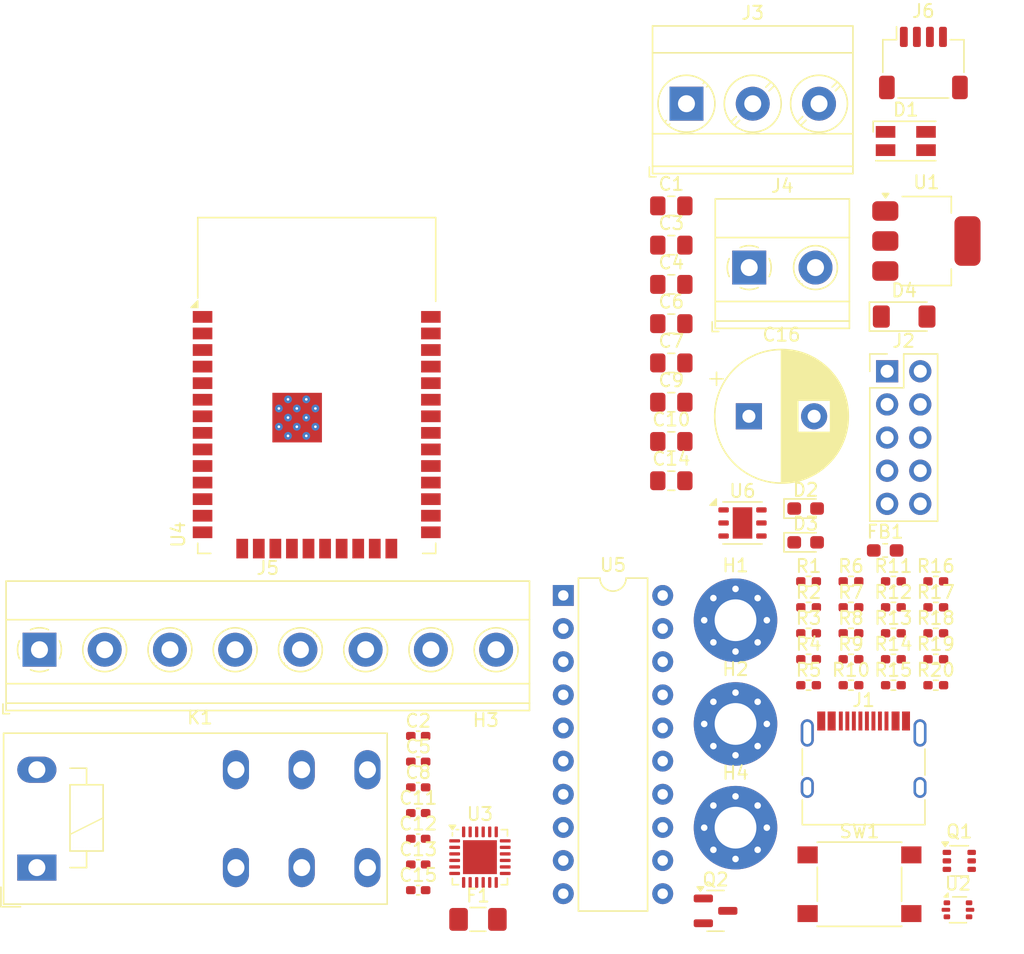
<source format=kicad_pcb>
(kicad_pcb (version 20240108) (generator "pcbnew") (generator_version "8.0")
  (layers (0 "F.Cu" signal) (31 "B.Cu" signal) (34 "B.Paste" user) (35 "F.Paste" user) (36 "B.SilkS" user "B.Silkscreen") (37 "F.SilkS" user "F.Silkscreen") (38 "B.Mask" user) (39 "F.Mask" user) (44 "Edge.Cuts" user))
  (net 0 "")
  (net 1 "+5V")
  (net 2 "GND")
  (net 3 "/SW")
  (net 4 "+3.3V")
  (net 5 "/EN")
  (net 6 "+3.3VA")
  (net 7 "+5VP")
  (net 8 "/GPIO32")
  (net 9 "/GPIO35")
  (net 10 "/GPIO27")
  (net 11 "/GPIO34")
  (net 12 "/GPIO33")
  (net 13 "/GPIO26")
  (net 14 "/SCL")
  (net 15 "/SDA")
  (net 16 "/RTS")
  (net 17 "/DTR")
  (net 18 "/IO0")
  (net 19 "/LED_R")
  (net 20 "/LED_G")
  (net 21 "/LED_B")
  (net 22 "/RX")
  (net 23 "/TX")
  (net 24 "/RELAY")
  (net 25 "/LEDSTR3")
  (net 26 "/LEDSTR2")
  (net 27 "/LEDSTR4")
  (net 28 "/LEDSTR1")
  (footprint "Fuse:Fuse_1206_3216Metric_Pad1.42x1.75mm_HandSolder" (layer "F.Cu") (at 131.86 126.6975)
    (property "Reference" "F1" (at 0 -1.82 0) (layer "F.SilkS"))
    (property "Value" "Polyfuse 1A")
    (pad "1" smd roundrect (at -1.4875 0) (size 1.425 1.75) (layers "F.Cu" "F.Paste" "F.Mask") (roundrect_rratio 0.175439))
    (pad "2" smd roundrect (at 1.4875 0) (size 1.425 1.75) (layers "F.Cu" "F.Paste" "F.Mask") (roundrect_rratio 0.175439) (net 1 "+5V"))
  )
  (footprint "Capacitor_THT:CP_Radial_D10.0mm_P5.00mm" (layer "F.Cu") (at 152.624646 88.1375)
    (property "Reference" "C16" (at 2.5 -6.25 0) (layer "F.SilkS"))
    (property "Value" "1000u/25V")
    (pad "1" thru_hole rect (at 0 0) (size 2 2) (drill 1) (layers "*.Cu" "*.Mask"))
    (pad "2" thru_hole circle (at 5 0) (size 2 2) (drill 1) (layers "*.Cu" "*.Mask") (net 2 "GND"))
  )
  (footprint "Capacitor_SMD:C_0805_2012Metric_Pad1.18x1.45mm_HandSolder" (layer "F.Cu") (at 146.68 78.0275)
    (property "Reference" "C4" (at 0 -1.68 0) (layer "F.SilkS"))
    (property "Value" "22u")
    (pad "1" smd roundrect (at -1.0375 0) (size 1.175 1.45) (layers "F.Cu" "F.Paste" "F.Mask") (roundrect_rratio 0.212766) (net 1 "+5V"))
    (pad "2" smd roundrect (at 1.0375 0) (size 1.175 1.45) (layers "F.Cu" "F.Paste" "F.Mask") (roundrect_rratio 0.212766) (net 2 "GND"))
  )
  (footprint "MountingHole:MountingHole_3.2mm_M3_Pad_Via" (layer "F.Cu") (at 151.6 119.6675)
    (property "Reference" "H4" (at 0 -4.2 0) (layer "F.SilkS"))
    (property "Value" "Hole_Pad")
    (pad "1" thru_hole circle (at -2.4 0) (size 0.8 0.8) (drill 0.5) (layers "*.Cu" "*.Mask") (net 2 "GND"))
    (pad "1" thru_hole circle (at -1.697056 -1.697056) (size 0.8 0.8) (drill 0.5) (layers "*.Cu" "*.Mask") (net 2 "GND"))
    (pad "1" thru_hole circle (at -1.697056 1.697056) (size 0.8 0.8) (drill 0.5) (layers "*.Cu" "*.Mask") (net 2 "GND"))
    (pad "1" thru_hole circle (at 0 -2.4) (size 0.8 0.8) (drill 0.5) (layers "*.Cu" "*.Mask") (net 2 "GND"))
    (pad "1" thru_hole circle (at 0 0) (size 6.4 6.4) (drill 3.2) (layers "*.Cu" "*.Mask") (net 2 "GND"))
    (pad "1" thru_hole circle (at 0 2.4) (size 0.8 0.8) (drill 0.5) (layers "*.Cu" "*.Mask") (net 2 "GND"))
    (pad "1" thru_hole circle (at 1.697056 -1.697056) (size 0.8 0.8) (drill 0.5) (layers "*.Cu" "*.Mask") (net 2 "GND"))
    (pad "1" thru_hole circle (at 1.697056 1.697056) (size 0.8 0.8) (drill 0.5) (layers "*.Cu" "*.Mask") (net 2 "GND"))
    (pad "1" thru_hole circle (at 2.4 0) (size 0.8 0.8) (drill 0.5) (layers "*.Cu" "*.Mask") (net 2 "GND"))
  )
  (footprint "Resistor_SMD:R_0402_1005Metric_Pad0.72x0.64mm_HandSolder" (layer "F.Cu") (at 166.95 102.7775)
    (property "Reference" "R17" (at 0 -1.17 0) (layer "F.SilkS"))
    (property "Value" "22R")
    (pad "1" smd roundrect (at -0.5975 0) (size 0.715 0.64) (layers "F.Cu" "F.Paste" "F.Mask"))
    (pad "2" smd roundrect (at 0.5975 0) (size 0.715 0.64) (layers "F.Cu" "F.Paste" "F.Mask"))
  )
  (footprint "MountingHole:MountingHole_3.2mm_M3_DIN965" (layer "F.Cu") (at 132.46 115.2275)
    (property "Reference" "H3" (at 0 -3.8 0) (layer "F.SilkS"))
    (property "Value" "Hole_Pad")
    (pad "" np_thru_hole circle (at 0 0) (size 3.2 3.2) (drill 3.2) (layers "*.Cu" "*.Mask"))
  )
  (footprint "Resistor_SMD:R_0402_1005Metric_Pad0.72x0.64mm_HandSolder" (layer "F.Cu") (at 160.45 106.7575)
    (property "Reference" "R9" (at 0 -1.17 0) (layer "F.SilkS"))
    (property "Value" "10K")
    (pad "1" smd roundrect (at -0.5975 0) (size 0.715 0.64) (layers "F.Cu" "F.Paste" "F.Mask") (net 4 "+3.3V"))
    (pad "2" smd roundrect (at 0.5975 0) (size 0.715 0.64) (layers "F.Cu" "F.Paste" "F.Mask") (net 5 "/EN"))
  )
  (footprint "Inductor_SMD:L_0603_1608Metric_Pad1.05x0.95mm_HandSolder" (layer "F.Cu") (at 163.07 98.4175)
    (property "Reference" "FB1" (at 0 -1.43 0) (layer "F.SilkS"))
    (property "Value" "BLM21PG221")
    (pad "1" smd roundrect (at -0.875 0) (size 1.05 0.95) (layers "F.Cu" "F.Paste" "F.Mask") (net 7 "+5VP"))
    (pad "2" smd roundrect (at 0.875 0) (size 1.05 0.95) (layers "F.Cu" "F.Paste" "F.Mask"))
  )
  (footprint "Capacitor_SMD:C_0402_1005Metric_Pad0.74x0.62mm_HandSolder" (layer "F.Cu") (at 127.28 124.4575)
    (property "Reference" "C15" (at 0 -1.16 0) (layer "F.SilkS"))
    (property "Value" "100n")
    (pad "1" smd roundrect (at -0.5675 0) (size 0.735 0.62) (layers "F.Cu" "F.Paste" "F.Mask") (net 4 "+3.3V"))
    (pad "2" smd roundrect (at 0.5675 0) (size 0.735 0.62) (layers "F.Cu" "F.Paste" "F.Mask") (net 2 "GND"))
  )
  (footprint "Resistor_SMD:R_0402_1005Metric_Pad0.72x0.64mm_HandSolder" (layer "F.Cu") (at 163.7 100.7875)
    (property "Reference" "R11" (at 0 -1.17 0) (layer "F.SilkS"))
    (property "Value" "22R")
    (pad "1" smd roundrect (at -0.5975 0) (size 0.715 0.64) (layers "F.Cu" "F.Paste" "F.Mask"))
    (pad "2" smd roundrect (at 0.5975 0) (size 0.715 0.64) (layers "F.Cu" "F.Paste" "F.Mask") (net 23 "/TX"))
  )
  (footprint "TerminalBlock_Phoenix:TerminalBlock_Phoenix_MKDS-1,5-2-5.08_1x02_P5.08mm_Horizontal" (layer "F.Cu") (at 152.65 76.7375)
    (property "Reference" "J4" (at 2.54 -6.26 0) (layer "F.SilkS"))
    (property "Value" "Screw_Terminal_01x02")
    (pad "1" thru_hole rect (at 0 0) (size 2.6 2.6) (drill 1.3) (layers "*.Cu" "*.Mask"))
    (pad "2" thru_hole circle (at 5.08 0) (size 2.6 2.6) (drill 1.3) (layers "*.Cu" "*.Mask") (net 2 "GND"))
  )
  (footprint "Resistor_SMD:R_0402_1005Metric_Pad0.72x0.64mm_HandSolder" (layer "F.Cu") (at 160.45 102.7775)
    (property "Reference" "R7" (at 0 -1.17 0) (layer "F.SilkS"))
    (property "Value" "1K")
    (pad "1" smd roundrect (at -0.5975 0) (size 0.715 0.64) (layers "F.Cu" "F.Paste" "F.Mask") (net 4 "+3.3V"))
    (pad "2" smd roundrect (at 0.5975 0) (size 0.715 0.64) (layers "F.Cu" "F.Paste" "F.Mask"))
  )
  (footprint "LED_SMD:LED_0603_1608Metric_Pad1.05x0.95mm_HandSolder" (layer "F.Cu") (at 156.975 97.7975)
    (property "Reference" "D3" (at 0 -1.43 0) (layer "F.SilkS"))
    (property "Value" "YELLOW")
    (pad "1" smd roundrect (at -0.875 0) (size 1.05 0.95) (layers "F.Cu" "F.Paste" "F.Mask"))
    (pad "2" smd roundrect (at 0.875 0) (size 1.05 0.95) (layers "F.Cu" "F.Paste" "F.Mask"))
  )
  (footprint "Resistor_SMD:R_0402_1005Metric_Pad0.72x0.64mm_HandSolder" (layer "F.Cu") (at 163.7 104.7675)
    (property "Reference" "R13" (at 0 -1.17 0) (layer "F.SilkS"))
    (property "Value" "4K7")
    (pad "1" smd roundrect (at -0.5975 0) (size 0.715 0.64) (layers "F.Cu" "F.Paste" "F.Mask") (net 4 "+3.3V"))
    (pad "2" smd roundrect (at 0.5975 0) (size 0.715 0.64) (layers "F.Cu" "F.Paste" "F.Mask") (net 15 "/SDA"))
  )
  (footprint "Capacitor_SMD:C_0805_2012Metric_Pad1.18x1.45mm_HandSolder" (layer "F.Cu") (at 146.68 90.0675)
    (property "Reference" "C10" (at 0 -1.68 0) (layer "F.SilkS"))
    (property "Value" "22u")
    (pad "1" smd roundrect (at -1.0375 0) (size 1.175 1.45) (layers "F.Cu" "F.Paste" "F.Mask") (roundrect_rratio 0.212766) (net 6 "+3.3VA"))
    (pad "2" smd roundrect (at 1.0375 0) (size 1.175 1.45) (layers "F.Cu" "F.Paste" "F.Mask") (roundrect_rratio 0.212766) (net 2 "GND"))
  )
  (footprint "Capacitor_SMD:C_0805_2012Metric_Pad1.18x1.45mm_HandSolder" (layer "F.Cu") (at 146.68 93.0775)
    (property "Reference" "C14" (at 0 -1.68 0) (layer "F.SilkS"))
    (property "Value" "22u")
    (pad "1" smd roundrect (at -1.0375 0) (size 1.175 1.45) (layers "F.Cu" "F.Paste" "F.Mask") (roundrect_rratio 0.212766) (net 4 "+3.3V"))
    (pad "2" smd roundrect (at 1.0375 0) (size 1.175 1.45) (layers "F.Cu" "F.Paste" "F.Mask") (roundrect_rratio 0.212766) (net 2 "GND"))
  )
  (footprint "Capacitor_SMD:C_0805_2012Metric_Pad1.18x1.45mm_HandSolder" (layer "F.Cu") (at 146.68 87.0575)
    (property "Reference" "C9" (at 0 -1.68 0) (layer "F.SilkS"))
    (property "Value" "22u")
    (pad "1" smd roundrect (at -1.0375 0) (size 1.175 1.45) (layers "F.Cu" "F.Paste" "F.Mask") (roundrect_rratio 0.212766) (net 4 "+3.3V"))
    (pad "2" smd roundrect (at 1.0375 0) (size 1.175 1.45) (layers "F.Cu" "F.Paste" "F.Mask") (roundrect_rratio 0.212766) (net 2 "GND"))
  )
  (footprint "Capacitor_SMD:C_0402_1005Metric_Pad0.74x0.62mm_HandSolder" (layer "F.Cu") (at 127.28 114.6075)
    (property "Reference" "C5" (at 0 -1.16 0) (layer "F.SilkS"))
    (property "Value" "100n")
    (pad "1" smd roundrect (at -0.5675 0) (size 0.735 0.62) (layers "F.Cu" "F.Paste" "F.Mask") (net 1 "+5V"))
    (pad "2" smd roundrect (at 0.5675 0) (size 0.735 0.62) (layers "F.Cu" "F.Paste" "F.Mask") (net 2 "GND"))
  )
  (footprint "Resistor_SMD:R_0402_1005Metric_Pad0.72x0.64mm_HandSolder" (layer "F.Cu") (at 157.2 108.7475)
    (property "Reference" "R5" (at 0 -1.17 0) (layer "F.SilkS"))
    (property "Value" "1K")
    (pad "1" smd roundrect (at -0.5975 0) (size 0.715 0.64) (layers "F.Cu" "F.Paste" "F.Mask") (net 20 "/LED_G"))
    (pad "2" smd roundrect (at 0.5975 0) (size 0.715 0.64) (layers "F.Cu" "F.Paste" "F.Mask"))
  )
  (footprint "Capacitor_SMD:C_0402_1005Metric_Pad0.74x0.62mm_HandSolder" (layer "F.Cu") (at 127.28 116.5775)
    (property "Reference" "C8" (at 0 -1.16 0) (layer "F.SilkS"))
    (property "Value" "100n")
    (pad "1" smd roundrect (at -0.5675 0) (size 0.735 0.62) (layers "F.Cu" "F.Paste" "F.Mask") (net 5 "/EN"))
    (pad "2" smd roundrect (at 0.5675 0) (size 0.735 0.62) (layers "F.Cu" "F.Paste" "F.Mask") (net 2 "GND"))
  )
  (footprint "Resistor_SMD:R_0402_1005Metric_Pad0.72x0.64mm_HandSolder" (layer "F.Cu") (at 166.95 100.7875)
    (property "Reference" "R16" (at 0 -1.17 0) (layer "F.SilkS"))
    (property "Value" "10K")
    (pad "1" smd roundrect (at -0.5975 0) (size 0.715 0.64) (layers "F.Cu" "F.Paste" "F.Mask"))
    (pad "2" smd roundrect (at 0.5975 0) (size 0.715 0.64) (layers "F.Cu" "F.Paste" "F.Mask") (net 2 "GND"))
  )
  (footprint "Package_TO_SOT_SMD:SOT-363_SC-70-6" (layer "F.Cu") (at 168.75 122.2125)
    (property "Reference" "Q1" (at 0 -2.25 0) (layer "F.SilkS"))
    (property "Value" "UMH3N")
    (pad "1" smd roundrect (at -0.95 -0.65) (size 0.65 0.4) (layers "F.Cu" "F.Paste" "F.Mask") (net 17 "/DTR"))
    (pad "2" smd roundrect (at -0.95 0) (size 0.65 0.4) (layers "F.Cu" "F.Paste" "F.Mask") (net 16 "/RTS"))
    (pad "3" smd roundrect (at -0.95 0.65) (size 0.65 0.4) (layers "F.Cu" "F.Paste" "F.Mask") (net 5 "/EN"))
    (pad "4" smd roundrect (at 0.95 0.65) (size 0.65 0.4) (layers "F.Cu" "F.Paste" "F.Mask") (net 16 "/RTS"))
    (pad "5" smd roundrect (at 0.95 0) (size 0.65 0.4) (layers "F.Cu" "F.Paste" "F.Mask") (net 17 "/DTR"))
    (pad "6" smd roundrect (at 0.95 -0.65) (size 0.65 0.4) (layers "F.Cu" "F.Paste" "F.Mask") (net 18 "/IO0"))
  )
  (footprint "Capacitor_SMD:C_0402_1005Metric_Pad0.74x0.62mm_HandSolder" (layer "F.Cu") (at 127.28 118.5475)
    (property "Reference" "C11" (at 0 -1.16 0) (layer "F.SilkS"))
    (property "Value" "100n")
    (pad "1" smd roundrect (at -0.5675 0) (size 0.735 0.62) (layers "F.Cu" "F.Paste" "F.Mask") (net 4 "+3.3V"))
    (pad "2" smd roundrect (at 0.5675 0) (size 0.735 0.62) (layers "F.Cu" "F.Paste" "F.Mask") (net 2 "GND"))
  )
  (footprint "MountingHole:MountingHole_3.2mm_M3_Pad_Via" (layer "F.Cu") (at 151.6 111.7175)
    (property "Reference" "H2" (at 0 -4.2 0) (layer "F.SilkS"))
    (property "Value" "Hole_Pad")
    (pad "1" thru_hole circle (at -2.4 0) (size 0.8 0.8) (drill 0.5) (layers "*.Cu" "*.Mask") (net 2 "GND"))
    (pad "1" thru_hole circle (at -1.697056 -1.697056) (size 0.8 0.8) (drill 0.5) (layers "*.Cu" "*.Mask") (net 2 "GND"))
    (pad "1" thru_hole circle (at -1.697056 1.697056) (size 0.8 0.8) (drill 0.5) (layers "*.Cu" "*.Mask") (net 2 "GND"))
    (pad "1" thru_hole circle (at 0 -2.4) (size 0.8 0.8) (drill 0.5) (layers "*.Cu" "*.Mask") (net 2 "GND"))
    (pad "1" thru_hole circle (at 0 0) (size 6.4 6.4) (drill 3.2) (layers "*.Cu" "*.Mask") (net 2 "GND"))
    (pad "1" thru_hole circle (at 0 2.4) (size 0.8 0.8) (drill 0.5) (layers "*.Cu" "*.Mask") (net 2 "GND"))
    (pad "1" thru_hole circle (at 1.697056 -1.697056) (size 0.8 0.8) (drill 0.5) (layers "*.Cu" "*.Mask") (net 2 "GND"))
    (pad "1" thru_hole circle (at 1.697056 1.697056) (size 0.8 0.8) (drill 0.5) (layers "*.Cu" "*.Mask") (net 2 "GND"))
    (pad "1" thru_hole circle (at 2.4 0) (size 0.8 0.8) (drill 0.5) (layers "*.Cu" "*.Mask") (net 2 "GND"))
  )
  (footprint "Capacitor_SMD:C_0402_1005Metric_Pad0.74x0.62mm_HandSolder" (layer "F.Cu") (at 127.28 120.5175)
    (property "Reference" "C12" (at 0 -1.16 0) (layer "F.SilkS"))
    (property "Value" "100n")
    (pad "1" smd roundrect (at -0.5675 0) (size 0.735 0.62) (layers "F.Cu" "F.Paste" "F.Mask") (net 6 "+3.3VA"))
    (pad "2" smd roundrect (at 0.5675 0) (size 0.735 0.62) (layers "F.Cu" "F.Paste" "F.Mask") (net 2 "GND"))
  )
  (footprint "Capacitor_SMD:C_0805_2012Metric_Pad1.18x1.45mm_HandSolder" (layer "F.Cu") (at 146.68 72.0075)
    (property "Reference" "C1" (at 0 -1.68 0) (layer "F.SilkS"))
    (property "Value" "22u")
    (pad "1" smd roundrect (at -1.0375 0) (size 1.175 1.45) (layers "F.Cu" "F.Paste" "F.Mask") (roundrect_rratio 0.212766) (net 1 "+5V"))
    (pad "2" smd roundrect (at 1.0375 0) (size 1.175 1.45) (layers "F.Cu" "F.Paste" "F.Mask") (roundrect_rratio 0.212766) (net 2 "GND"))
  )
  (footprint "Resistor_SMD:R_0402_1005Metric_Pad0.72x0.64mm_HandSolder" (layer "F.Cu") (at 157.2 102.7775)
    (property "Reference" "R2" (at 0 -1.17 0) (layer "F.SilkS"))
    (property "Value" "5K1")
    (pad "1" smd roundrect (at -0.5975 0) (size 0.715 0.64) (layers "F.Cu" "F.Paste" "F.Mask"))
    (pad "2" smd roundrect (at 0.5975 0) (size 0.715 0.64) (layers "F.Cu" "F.Paste" "F.Mask") (net 2 "GND"))
  )
  (footprint "LED_SMD:LED_RGB_Wuerth-PLCC4_3.2x2.8mm_150141M173100" (layer "F.Cu") (at 164.65 67.0375)
    (property "Reference" "D1" (at 0 -2.4 0) (layer "F.SilkS"))
    (property "Value" "LED_RGBA")
    (pad "1" smd rect (at 1.55 -0.7) (size 1.5 0.9) (layers "F.Cu" "F.Paste" "F.Mask"))
    (pad "2" smd rect (at 1.55 0.7) (size 1.5 0.9) (layers "F.Cu" "F.Paste" "F.Mask"))
    (pad "3" smd rect (at -1.55 -0.7) (size 1.5 0.9) (layers "F.Cu" "F.Paste" "F.Mask"))
    (pad "4" smd rect (at -1.55 0.7) (size 1.5 0.9) (layers "F.Cu" "F.Paste" "F.Mask") (net 4 "+3.3V"))
  )
  (footprint "Resistor_SMD:R_0402_1005Metric_Pad0.72x0.64mm_HandSolder" (layer "F.Cu") (at 166.95 106.7575)
    (property "Reference" "R19" (at 0 -1.17 0) (layer "F.SilkS"))
    (property "Value" "22R")
    (pad "1" smd roundrect (at -0.5975 0) (size 0.715 0.64) (layers "F.Cu" "F.Paste" "F.Mask"))
    (pad "2" smd roundrect (at 0.5975 0) (size 0.715 0.64) (layers "F.Cu" "F.Paste" "F.Mask"))
  )
  (footprint "Package_DFN_QFN:QFN-24-1EP_4x4mm_P0.5mm_EP2.6x2.6mm" (layer "F.Cu") (at 132.01 121.9275)
    (property "Reference" "U3" (at 0 -3.3 0) (layer "F.SilkS"))
    (property "Value" "CP2104")
    (pad "1" smd roundrect (at -1.9375 -1.25) (size 0.825 0.25) (layers "F.Cu" "F.Paste" "F.Mask"))
    (pad "2" smd roundrect (at -1.9375 -0.75) (size 0.825 0.25) (layers "F.Cu" "F.Paste" "F.Mask") (net 2 "GND"))
    (pad "3" smd roundrect (at -1.9375 -0.25) (size 0.825 0.25) (layers "F.Cu" "F.Paste" "F.Mask"))
    (pad "4" smd roundrect (at -1.9375 0.25) (size 0.825 0.25) (layers "F.Cu" "F.Paste" "F.Mask"))
    (pad "5" smd roundrect (at -1.9375 0.75) (size 0.825 0.25) (layers "F.Cu" "F.Paste" "F.Mask") (net 6 "+3.3VA"))
    (pad "6" smd roundrect (at -1.9375 1.25) (size 0.825 0.25) (layers "F.Cu" "F.Paste" "F.Mask") (net 6 "+3.3VA"))
    (pad "7" smd roundrect (at -1.25 1.9375) (size 0.25 0.825) (layers "F.Cu" "F.Paste" "F.Mask") (net 1 "+5V"))
    (pad "8" smd roundrect (at -0.75 1.9375) (size 0.25 0.825) (layers "F.Cu" "F.Paste" "F.Mask") (net 1 "+5V"))
    (pad "9" smd roundrect (at -0.25 1.9375) (size 0.25 0.825) (layers "F.Cu" "F.Paste" "F.Mask"))
    (pad "10" smd roundrect (at 0.25 1.9375) (size 0.25 0.825) (layers "F.Cu" "F.Paste" "F.Mask"))
    (pad "11" smd roundrect (at 0.75 1.9375) (size 0.25 0.825) (layers "F.Cu" "F.Paste" "F.Mask"))
    (pad "12" smd roundrect (at 1.25 1.9375) (size 0.25 0.825) (layers "F.Cu" "F.Paste" "F.Mask"))
    (pad "13" smd roundrect (at 1.9375 1.25) (size 0.825 0.25) (layers "F.Cu" "F.Paste" "F.Mask"))
    (pad "14" smd roundrect (at 1.9375 0.75) (size 0.825 0.25) (layers "F.Cu" "F.Paste" "F.Mask"))
    (pad "15" smd roundrect (at 1.9375 0.25) (size 0.825 0.25) (layers "F.Cu" "F.Paste" "F.Mask"))
    (pad "16" smd roundrect (at 1.9375 -0.25) (size 0.825 0.25) (layers "F.Cu" "F.Paste" "F.Mask"))
    (pad "17" smd roundrect (at 1.9375 -0.75) (size 0.825 0.25) (layers "F.Cu" "F.Paste" "F.Mask"))
    (pad "18" smd roundrect (at 1.9375 -1.25) (size 0.825 0.25) (layers "F.Cu" "F.Paste" "F.Mask"))
    (pad "19" smd roundrect (at 1.25 -1.9375) (size 0.25 0.825) (layers "F.Cu" "F.Paste" "F.Mask") (net 16 "/RTS"))
    (pad "20" smd roundrect (at 0.75 -1.9375) (size 0.25 0.825) (layers "F.Cu" "F.Paste" "F.Mask"))
    (pad "21" smd roundrect (at 0.25 -1.9375) (size 0.25 0.825) (layers "F.Cu" "F.Paste" "F.Mask"))
    (pad "22" smd roundrect (at -0.25 -1.9375) (size 0.25 0.825) (layers "F.Cu" "F.Paste" "F.Mask"))
    (pad "23" smd roundrect (at -0.75 -1.9375) (size 0.25 0.825) (layers "F.Cu" "F.Paste" "F.Mask") (net 17 "/DTR"))
    (pad "24" smd roundrect (at -1.25 -1.9375) (size 0.25 0.825) (layers "F.Cu" "F.Paste" "F.Mask"))
    (pad "25" smd rect (at 0 0) (size 2.6 2.6) (property pad_prop_heatsink) (layers "F.Cu" "F.Mask") (net 2 "GND"))
  )
  (footprint "Resistor_SMD:R_0402_1005Metric_Pad0.72x0.64mm_HandSolder" (layer "F.Cu") (at 160.45 104.7675)
    (property "Reference" "R8" (at 0 -1.17 0) (layer "F.SilkS"))
    (property "Value" "10K")
    (pad "1" smd roundrect (at -0.5975 0) (size 0.715 0.64) (layers "F.Cu" "F.Paste" "F.Mask") (net 6 "+3.3VA"))
    (pad "2" smd roundrect (at 0.5975 0) (size 0.715 0.64) (layers "F.Cu" "F.Paste" "F.Mask"))
  )
  (footprint "MountingHole:MountingHole_3.2mm_M3_Pad_Via" (layer "F.Cu") (at 151.6 103.7675)
    (property "Reference" "H1" (at 0 -4.2 0) (layer "F.SilkS"))
    (property "Value" "Hole_Pad")
    (pad "1" thru_hole circle (at -2.4 0) (size 0.8 0.8) (drill 0.5) (layers "*.Cu" "*.Mask") (net 2 "GND"))
    (pad "1" thru_hole circle (at -1.697056 -1.697056) (size 0.8 0.8) (drill 0.5) (layers "*.Cu" "*.Mask") (net 2 "GND"))
    (pad "1" thru_hole circle (at -1.697056 1.697056) (size 0.8 0.8) (drill 0.5) (layers "*.Cu" "*.Mask") (net 2 "GND"))
    (pad "1" thru_hole circle (at 0 -2.4) (size 0.8 0.8) (drill 0.5) (layers "*.Cu" "*.Mask") (net 2 "GND"))
    (pad "1" thru_hole circle (at 0 0) (size 6.4 6.4) (drill 3.2) (layers "*.Cu" "*.Mask") (net 2 "GND"))
    (pad "1" thru_hole circle (at 0 2.4) (size 0.8 0.8) (drill 0.5) (layers "*.Cu" "*.Mask") (net 2 "GND"))
    (pad "1" thru_hole circle (at 1.697056 -1.697056) (size 0.8 0.8) (drill 0.5) (layers "*.Cu" "*.Mask") (net 2 "GND"))
    (pad "1" thru_hole circle (at 1.697056 1.697056) (size 0.8 0.8) (drill 0.5) (layers "*.Cu" "*.Mask") (net 2 "GND"))
    (pad "1" thru_hole circle (at 2.4 0) (size 0.8 0.8) (drill 0.5) (layers "*.Cu" "*.Mask") (net 2 "GND"))
  )
  (footprint "Connector_PinHeader_2.54mm:PinHeader_2x05_P2.54mm_Vertical" (layer "F.Cu") (at 163.22 84.6875)
    (property "Reference" "J2" (at 1.27 -2.33 0) (layer "F.SilkS"))
    (property "Value" "Conn_02x05_Odd_Even")
    (pad "1" thru_hole rect (at 0 0) (size 1.7 1.7) (drill 1) (layers "*.Cu" "*.Mask") (net 4 "+3.3V"))
    (pad "2" thru_hole oval (at 2.54 0) (size 1.7 1.7) (drill 1) (layers "*.Cu" "*.Mask") (net 4 "+3.3V"))
    (pad "3" thru_hole oval (at 0 2.54) (size 1.7 1.7) (drill 1) (layers "*.Cu" "*.Mask") (net 13 "/GPIO26"))
    (pad "4" thru_hole oval (at 2.54 2.54) (size 1.7 1.7) (drill 1) (layers "*.Cu" "*.Mask") (net 12 "/GPIO33"))
    (pad "5" thru_hole oval (at 0 5.08) (size 1.7 1.7) (drill 1) (layers "*.Cu" "*.Mask") (net 10 "/GPIO27"))
    (pad "6" thru_hole oval (at 2.54 5.08) (size 1.7 1.7) (drill 1) (layers "*.Cu" "*.Mask") (net 11 "/GPIO34"))
    (pad "7" thru_hole oval (at 0 7.62) (size 1.7 1.7) (drill 1) (layers "*.Cu" "*.Mask") (net 8 "/GPIO32"))
    (pad "8" thru_hole oval (at 2.54 7.62) (size 1.7 1.7) (drill 1) (layers "*.Cu" "*.Mask") (net 9 "/GPIO35"))
    (pad "9" thru_hole oval (at 0 10.16) (size 1.7 1.7) (drill 1) (layers "*.Cu" "*.Mask") (net 2 "GND"))
    (pad "10" thru_hole oval (at 2.54 10.16) (size 1.7 1.7) (drill 1) (layers "*.Cu" "*.Mask") (net 2 "GND"))
  )
  (footprint "Resistor_SMD:R_0402_1005Metric_Pad0.72x0.64mm_HandSolder" (layer "F.Cu") (at 163.7 106.7575)
    (property "Reference" "R14" (at 0 -1.17 0) (layer "F.SilkS"))
    (property "Value" "1K")
    (pad "1" smd roundrect (at -0.5975 0) (size 0.715 0.64) (layers "F.Cu" "F.Paste" "F.Mask") (net 24 "/RELAY"))
    (pad "2" smd roundrect (at 0.5975 0) (size 0.715 0.64) (layers "F.Cu" "F.Paste" "F.Mask"))
  )
  (footprint "Connector_JST:JST_SH_SM04B-SRSS-TB_1x04-1MP_P1.00mm_Horizontal" (layer "F.Cu") (at 166 61.0575)
    (property "Reference" "J6" (at 0 -3.98 0) (layer "F.SilkS"))
    (property "Value" "Conn_01x04")
    (pad "1" smd roundrect (at -1.5 -2) (size 0.6 1.55) (layers "F.Cu" "F.Paste" "F.Mask") (net 2 "GND"))
    (pad "2" smd roundrect (at -0.5 -2) (size 0.6 1.55) (layers "F.Cu" "F.Paste" "F.Mask") (net 4 "+3.3V"))
    (pad "3" smd roundrect (at 0.5 -2) (size 0.6 1.55) (layers "F.Cu" "F.Paste" "F.Mask") (net 15 "/SDA"))
    (pad "4" smd roundrect (at 1.5 -2) (size 0.6 1.55) (layers "F.Cu" "F.Paste" "F.Mask") (net 14 "/SCL"))
    (pad "MP" smd roundrect (at -2.8 1.875) (size 1.2 1.8) (layers "F.Cu" "F.Paste" "F.Mask") (roundrect_rratio 0.208333))
    (pad "MP" smd roundrect (at 2.8 1.875) (size 1.2 1.8) (layers "F.Cu" "F.Paste" "F.Mask") (roundrect_rratio 0.208333))
  )
  (footprint "Capacitor_SMD:C_0402_1005Metric_Pad0.74x0.62mm_HandSolder" (layer "F.Cu") (at 127.28 112.6375)
    (property "Reference" "C2" (at 0 -1.16 0) (layer "F.SilkS"))
    (property "Value" "100n")
    (pad "1" smd roundrect (at -0.5675 0) (size 0.735 0.62) (layers "F.Cu" "F.Paste" "F.Mask") (net 3 "/SW"))
    (pad "2" smd roundrect (at 0.5675 0) (size 0.735 0.62) (layers "F.Cu" "F.Paste" "F.Mask") (net 2 "GND"))
  )
  (footprint "TerminalBlock_Phoenix:TerminalBlock_Phoenix_MKDS-1,5-8_1x08_P5.00mm_Horizontal" (layer "F.Cu") (at 98.25 106.0275)
    (property "Reference" "J5" (at 17.5 -6.26 0) (layer "F.SilkS"))
    (property "Value" "Screw_Terminal_01x08")
    (pad "1" thru_hole rect (at 0 0) (size 2.6 2.6) (drill 1.3) (layers "*.Cu" "*.Mask"))
    (pad "2" thru_hole circle (at 5 0) (size 2.6 2.6) (drill 1.3) (layers "*.Cu" "*.Mask"))
    (pad "3" thru_hole circle (at 10 0) (size 2.6 2.6) (drill 1.3) (layers "*.Cu" "*.Mask"))
    (pad "4" thru_hole circle (at 15 0) (size 2.6 2.6) (drill 1.3) (layers "*.Cu" "*.Mask"))
    (pad "5" thru_hole circle (at 20 0) (size 2.6 2.6) (drill 1.3) (layers "*.Cu" "*.Mask"))
    (pad "6" thru_hole circle (at 25 0) (size 2.6 2.6) (drill 1.3) (layers "*.Cu" "*.Mask"))
    (pad "7" thru_hole circle (at 30 0) (size 2.6 2.6) (drill 1.3) (layers "*.Cu" "*.Mask") (net 2 "GND"))
    (pad "8" thru_hole circle (at 35 0) (size 2.6 2.6) (drill 1.3) (layers "*.Cu" "*.Mask") (net 2 "GND"))
  )
  (footprint "Connector_USB:USB_C_Receptacle_HRO_TYPE-C-31-M-12" (layer "F.Cu") (at 161.42 115.5375)
    (property "Reference" "J1" (at 0 -5.645 0) (layer "F.SilkS"))
    (property "Value" "USB_C_Receptacle_USB2.0")
    (pad "" np_thru_hole circle (at -2.89 -2.6) (size 0.65 0.65) (drill 0.65) (layers "*.Cu" "*.Mask"))
    (pad "" np_thru_hole circle (at 2.89 -2.6) (size 0.65 0.65) (drill 0.65) (layers "*.Cu" "*.Mask"))
    (pad "A1" smd rect (at -3.25 -4.045) (size 0.6 1.45) (layers "F.Cu" "F.Paste" "F.Mask") (net 2 "GND"))
    (pad "A4" smd rect (at -2.45 -4.045) (size 0.6 1.45) (layers "F.Cu" "F.Paste" "F.Mask") (net 7 "+5VP"))
    (pad "A5" smd rect (at -1.25 -4.045) (size 0.3 1.45) (layers "F.Cu" "F.Paste" "F.Mask"))
    (pad "A6" smd rect (at -0.25 -4.045) (size 0.3 1.45) (layers "F.Cu" "F.Paste" "F.Mask"))
    (pad "A7" smd rect (at 0.25 -4.045) (size 0.3 1.45) (layers "F.Cu" "F.Paste" "F.Mask"))
    (pad "A8" smd rect (at 1.25 -4.045) (size 0.3 1.45) (layers "F.Cu" "F.Paste" "F.Mask"))
    (pad "A9" smd rect (at 2.45 -4.045) (size 0.6 1.45) (layers "F.Cu" "F.Paste" "F.Mask") (net 7 "+5VP"))
    (pad "A12" smd rect (at 3.25 -4.045) (size 0.6 1.45) (layers "F.Cu" "F.Paste" "F.Mask") (net 2 "GND"))
    (pad "B1" smd rect (at 3.25 -4.045) (size 0.6 1.45) (layers "F.Cu" "F.Paste" "F.Mask") (net 2 "GND"))
    (pad "B4" smd rect (at 2.45 -4.045) (size 0.6 1.45) (layers "F.Cu" "F.Paste" "F.Mask") (net 7 "+5VP"))
    (pad "B5" smd rect (at 1.75 -4.045) (size 0.3 1.45) (layers "F.Cu" "F.Paste" "F.Mask"))
    (pad "B6" smd rect (at 0.75 -4.045) (size 0.3 1.45) (layers "F.Cu" "F.Paste" "F.Mask"))
    (pad "B7" smd rect (at -0.75 -4.045) (size 0.3 1.45) (layers "F.Cu" "F.Paste" "F.Mask"))
    (pad "B8" smd rect (at -1.75 -4.045) (size 0.3 1.45) (layers "F.Cu" "F.Paste" "F.Mask"))
    (pad "B9" smd rect (at -2.45 -4.045) (size 0.6 1.45) (layers "F.Cu" "F.Paste" "F.Mask") (net 7 "+5VP"))
    (pad "B12" smd rect (at -3.25 -4.045) (size 0.6 1.45) (layers "F.Cu" "F.Paste" "F.Mask") (net 2 "GND"))
    (pad "S1" thru_hole oval (at -4.32 -3.13) (size 1 2.1) (drill oval 0.6 1.7) (layers "*.Cu" "*.Mask") (net 2 "GND"))
    (pad "S1" thru_hole oval (at -4.32 1.05) (size 1 1.6) (drill oval 0.6 1.2) (layers "*.Cu" "*.Mask") (net 2 "GND"))
    (pad "S1" thru_hole oval (at 4.32 -3.13) (size 1 2.1) (drill oval 0.6 1.7) (layers "*.Cu" "*.Mask") (net 2 "GND"))
    (pad "S1" thru_hole oval (at 4.32 1.05) (size 1 1.6) (drill oval 0.6 1.2) (layers "*.Cu" "*.Mask") (net 2 "GND"))
  )
  (footprint "Resistor_SMD:R_0402_1005Metric_Pad0.72x0.64mm_HandSolder" (layer "F.Cu") (at 160.45 100.7875)
    (property "Reference" "R6" (at 0 -1.17 0) (layer "F.SilkS"))
    (property "Value" "1K")
    (pad "1" smd roundrect (at -0.5975 0) (size 0.715 0.64) (layers "F.Cu" "F.Paste" "F.Mask") (net 21 "/LED_B"))
    (pad "2" smd roundrect (at 0.5975 0) (size 0.715 0.64) (layers "F.Cu" "F.Paste" "F.Mask"))
  )
  (footprint "Button_Switch_SMD:SW_Push_1P1T_NO_6x6mm_H9.5mm" (layer "F.Cu") (at 161.1 124.0025)
    (property "Reference" "SW1" (at 0 -4.05 0) (layer "F.SilkS"))
    (property "Value" "SW_SPST")
    (pad "1" smd rect (at -3.975 -2.25) (size 1.55 1.3) (layers "F.Cu" "F.Paste" "F.Mask") (net 2 "GND"))
    (pad "1" smd rect (at 3.975 -2.25) (size 1.55 1.3) (layers "F.Cu" "F.Paste" "F.Mask") (net 2 "GND"))
    (pad "2" smd rect (at -3.975 2.25) (size 1.55 1.3) (layers "F.Cu" "F.Paste" "F.Mask") (net 3 "/SW"))
    (pad "2" smd rect (at 3.975 2.25) (size 1.55 1.3) (layers "F.Cu" "F.Paste" "F.Mask") (net 3 "/SW"))
  )
  (footprint "Resistor_SMD:R_0402_1005Metric_Pad0.72x0.64mm_HandSolder" (layer "F.Cu") (at 166.95 104.7675)
    (property "Reference" "R18" (at 0 -1.17 0) (layer "F.SilkS"))
    (property "Value" "22R")
    (pad "1" smd roundrect (at -0.5975 0) (size 0.715 0.64) (layers "F.Cu" "F.Paste" "F.Mask"))
    (pad "2" smd roundrect (at 0.5975 0) (size 0.715 0.64) (layers "F.Cu" "F.Paste" "F.Mask"))
  )
  (footprint "Resistor_SMD:R_0402_1005Metric_Pad0.72x0.64mm_HandSolder" (layer "F.Cu") (at 163.7 108.7475)
    (property "Reference" "R15" (at 0 -1.17 0) (layer "F.SilkS"))
    (property "Value" "4K7")
    (pad "1" smd roundrect (at -0.5975 0) (size 0.715 0.64) (layers "F.Cu" "F.Paste" "F.Mask") (net 4 "+3.3V"))
    (pad "2" smd roundrect (at 0.5975 0) (size 0.715 0.64) (layers "F.Cu" "F.Paste" "F.Mask") (net 14 "/SCL"))
  )
  (footprint "Capacitor_SMD:C_0402_1005Metric_Pad0.74x0.62mm_HandSolder" (layer "F.Cu") (at 127.28 122.4875)
    (property "Reference" "C13" (at 0 -1.16 0) (layer "F.SilkS"))
    (property "Value" "100n")
    (pad "1" smd roundrect (at -0.5675 0) (size 0.735 0.62) (layers "F.Cu" "F.Paste" "F.Mask") (net 1 "+5V"))
    (pad "2" smd roundrect (at 0.5675 0) (size 0.735 0.62) (layers "F.Cu" "F.Paste" "F.Mask") (net 2 "GND"))
  )
  (footprint "Diode_SMD:D_MiniMELF" (layer "F.Cu") (at 164.525 80.4925)
    (property "Reference" "D4" (at 0 -2 0) (layer "F.SilkS"))
    (property "Value" "LL4148")
    (pad "1" smd roundrect (at -1.75 0) (size 1.3 1.7) (layers "F.Cu" "F.Paste" "F.Mask") (roundrect_rratio 0.1923076923) (net 1 "+5V"))
    (pad "2" smd roundrect (at 1.75 0) (size 1.3 1.7) (layers "F.Cu" "F.Paste" "F.Mask") (roundrect_rratio 0.1923076923))
  )
  (footprint "Resistor_SMD:R_0402_1005Metric_Pad0.72x0.64mm_HandSolder" (layer "F.Cu") (at 166.95 108.7475)
    (property "Reference" "R20" (at 0 -1.17 0) (layer "F.SilkS"))
    (property "Value" "22R")
    (pad "1" smd roundrect (at -0.5975 0) (size 0.715 0.64) (layers "F.Cu" "F.Paste" "F.Mask"))
    (pad "2" smd roundrect (at 0.5975 0) (size 0.715 0.64) (layers "F.Cu" "F.Paste" "F.Mask"))
  )
  (footprint "Package_TO_SOT_SMD:SOT-23" (layer "F.Cu") (at 150.07 126.0425)
    (property "Reference" "Q2" (at 0 -2.4 0) (layer "F.SilkS"))
    (property "Value" "BC817")
    (pad "1" smd roundrect (at -0.9375 -0.95) (size 1.475 0.6) (layers "F.Cu" "F.Paste" "F.Mask"))
    (pad "2" smd roundrect (at -0.9375 0.95) (size 1.475 0.6) (layers "F.Cu" "F.Paste" "F.Mask") (net 2 "GND"))
    (pad "3" smd roundrect (at 0.9375 0) (size 1.475 0.6) (layers "F.Cu" "F.Paste" "F.Mask"))
  )
  (footprint "Package_DIP:DIP-20_W7.62mm" (layer "F.Cu") (at 138.4 101.8675)
    (property "Reference" "U5" (at 3.81 -2.33 0) (layer "F.SilkS"))
    (property "Value" "74AHCT245")
    (pad "1" thru_hole rect (at 0 0) (size 1.6 1.6) (drill 0.8) (layers "*.Cu" "*.Mask") (net 1 "+5V"))
    (pad "2" thru_hole oval (at 0 2.54) (size 1.6 1.6) (drill 0.8) (layers "*.Cu" "*.Mask") (net 28 "/LEDSTR1"))
    (pad "3" thru_hole oval (at 0 5.08) (size 1.6 1.6) (drill 0.8) (layers "*.Cu" "*.Mask") (net 26 "/LEDSTR2"))
    (pad "4" thru_hole oval (at 0 7.62) (size 1.6 1.6) (drill 0.8) (layers "*.Cu" "*.Mask") (net 25 "/LEDSTR3"))
    (pad "5" thru_hole oval (at 0 10.16) (size 1.6 1.6) (drill 0.8) (layers "*.Cu" "*.Mask") (net 27 "/LEDSTR4"))
    (pad "6" thru_hole oval (at 0 12.7) (size 1.6 1.6) (drill 0.8) (layers "*.Cu" "*.Mask") (net 2 "GND"))
    (pad "7" thru_hole oval (at 0 15.24) (size 1.6 1.6) (drill 0.8) (layers "*.Cu" "*.Mask") (net 2 "GND"))
    (pad "8" thru_hole oval (at 0 17.78) (size 1.6 1.6) (drill 0.8) (layers "*.Cu" "*.Mask") (net 2 "GND"))
    (pad "9" thru_hole oval (at 0 20.32) (size 1.6 1.6) (drill 0.8) (layers "*.Cu" "*.Mask") (net 2 "GND"))
    (pad "10" thru_hole oval (at 0 22.86) (size 1.6 1.6) (drill 0.8) (layers "*.Cu" "*.Mask") (net 2 "GND"))
    (pad "11" thru_hole oval (at 7.62 22.86) (size 1.6 1.6) (drill 0.8) (layers "*.Cu" "*.Mask"))
    (pad "12" thru_hole oval (at 7.62 20.32) (size 1.6 1.6) (drill 0.8) (layers "*.Cu" "*.Mask"))
    (pad "13" thru_hole oval (at 7.62 17.78) (size 1.6 1.6) (drill 0.8) (layers "*.Cu" "*.Mask"))
    (pad "14" thru_hole oval (at 7.62 15.24) (size 1.6 1.6) (drill 0.8) (layers "*.Cu" "*.Mask"))
    (pad "15" thru_hole oval (at 7.62 12.7) (size 1.6 1.6) (drill 0.8) (layers "*.Cu" "*.Mask"))
    (pad "16" thru_hole oval (at 7.62 10.16) (size 1.6 1.6) (drill 0.8) (layers "*.Cu" "*.Mask"))
    (pad "17" thru_hole oval (at 7.62 7.62) (size 1.6 1.6) (drill 0.8) (layers "*.Cu" "*.Mask"))
    (pad "18" thru_hole oval (at 7.62 5.08) (size 1.6 1.6) (drill 0.8) (layers "*.Cu" "*.Mask"))
    (pad "19" thru_hole oval (at 7.62 2.54) (size 1.6 1.6) (drill 0.8) (layers "*.Cu" "*.Mask") (net 2 "GND"))
    (pad "20" thru_hole oval (at 7.62 0) (size 1.6 1.6) (drill 0.8) (layers "*.Cu" "*.Mask") (net 1 "+5V"))
  )
  (footprint "Capacitor_SMD:C_0805_2012Metric_Pad1.18x1.45mm_HandSolder" (layer "F.Cu") (at 146.68 81.0375)
    (property "Reference" "C6" (at 0 -1.68 0) (layer "F.SilkS"))
    (property "Value" "4u7")
    (pad "1" smd roundrect (at -1.0375 0) (size 1.175 1.45) (layers "F.Cu" "F.Paste" "F.Mask") (roundrect_rratio 0.212766) (net 1 "+5V"))
    (pad "2" smd roundrect (at 1.0375 0) (size 1.175 1.45) (layers "F.Cu" "F.Paste" "F.Mask") (roundrect_rratio 0.212766) (net 2 "GND"))
  )
  (footprint "Resistor_SMD:R_0402_1005Metric_Pad0.72x0.64mm_HandSolder" (layer "F.Cu") (at 163.7 102.7775)
    (property "Reference" "R12" (at 0 -1.17 0) (layer "F.SilkS"))
    (property "Value" "1K")
    (pad "1" smd roundrect (at -0.5975 0) (size 0.715 0.64) (layers "F.Cu" "F.Paste" "F.Mask") (net 1 "+5V"))
    (pad "2" smd roundrect (at 0.5975 0) (size 0.715 0.64) (layers "F.Cu" "F.Paste" "F.Mask"))
  )
  (footprint "Package_TO_SOT_SMD:SOT-666" (layer "F.Cu") (at 168.65 125.9625)
    (property "Reference" "U2" (at 0 -2 0) (layer "F.SilkS"))
    (property "Value" "USBLC6-2P6")
    (pad "1" smd roundrect (at -0.85 -0.5375) (size 0.5 0.375) (layers "F.Cu" "F.Paste" "F.Mask"))
    (pad "2" smd roundrect (at -0.925 0) (size 0.65 0.3) (layers "F.Cu" "F.Paste" "F.Mask") (net 2 "GND"))
    (pad "3" smd roundrect (at -0.85 0.5375) (size 0.5 0.375) (layers "F.Cu" "F.Paste" "F.Mask"))
    (pad "4" smd roundrect (at 0.85 0.5375) (size 0.5 0.375) (layers "F.Cu" "F.Paste" "F.Mask"))
    (pad "5" smd roundrect (at 0.925 0) (size 0.65 0.3) (layers "F.Cu" "F.Paste" "F.Mask") (net 1 "+5V"))
    (pad "6" smd roundrect (at 0.85 -0.5375) (size 0.5 0.375) (layers "F.Cu" "F.Paste" "F.Mask"))
  )
  (footprint "LED_SMD:LED_0603_1608Metric_Pad1.05x0.95mm_HandSolder" (layer "F.Cu") (at 156.975 95.2075)
    (property "Reference" "D2" (at 0 -1.43 0) (layer "F.SilkS"))
    (property "Value" "GREEN")
    (pad "1" smd roundrect (at -0.875 0) (size 1.05 0.95) (layers "F.Cu" "F.Paste" "F.Mask") (net 2 "GND"))
    (pad "2" smd roundrect (at 0.875 0) (size 1.05 0.95) (layers "F.Cu" "F.Paste" "F.Mask"))
  )
  (footprint "Resistor_SMD:R_0402_1005Metric_Pad0.72x0.64mm_HandSolder" (layer "F.Cu") (at 157.2 100.7875)
    (property "Reference" "R1" (at 0 -1.17 0) (layer "F.SilkS"))
    (property "Value" "10K")
    (pad "1" smd roundrect (at -0.5975 0) (size 0.715 0.64) (layers "F.Cu" "F.Paste" "F.Mask") (net 4 "+3.3V"))
    (pad "2" smd roundrect (at 0.5975 0) (size 0.715 0.64) (layers "F.Cu" "F.Paste" "F.Mask") (net 3 "/SW"))
  )
  (footprint "Resistor_SMD:R_0402_1005Metric_Pad0.72x0.64mm_HandSolder" (layer "F.Cu") (at 157.2 104.7675)
    (property "Reference" "R3" (at 0 -1.17 0) (layer "F.SilkS"))
    (property "Value" "5K1")
    (pad "1" smd roundrect (at -0.5975 0) (size 0.715 0.64) (layers "F.Cu" "F.Paste" "F.Mask"))
    (pad "2" smd roundrect (at 0.5975 0) (size 0.715 0.64) (layers "F.Cu" "F.Paste" "F.Mask") (net 2 "GND"))
  )
  (footprint "Resistor_SMD:R_0402_1005Metric_Pad0.72x0.64mm_HandSolder" (layer "F.Cu") (at 157.2 106.7575)
    (property "Reference" "R4" (at 0 -1.17 0) (layer "F.SilkS"))
    (property "Value" "1K")
    (pad "1" smd roundrect (at -0.5975 0) (size 0.715 0.64) (layers "F.Cu" "F.Paste" "F.Mask") (net 19 "/LED_R"))
    (pad "2" smd roundrect (at 0.5975 0) (size 0.715 0.64) (layers "F.Cu" "F.Paste" "F.Mask"))
  )
  (footprint "Capacitor_SMD:C_0805_2012Metric_Pad1.18x1.45mm_HandSolder" (layer "F.Cu") (at 146.68 75.0175)
    (property "Reference" "C3" (at 0 -1.68 0) (layer "F.SilkS"))
    (property "Value" "22u")
    (pad "1" smd roundrect (at -1.0375 0) (size 1.175 1.45) (layers "F.Cu" "F.Paste" "F.Mask") (roundrect_rratio 0.212766) (net 4 "+3.3V"))
    (pad "2" smd roundrect (at 1.0375 0) (size 1.175 1.45) (layers "F.Cu" "F.Paste" "F.Mask") (roundrect_rratio 0.212766) (net 2 "GND"))
  )
  (footprint "RF_Module:ESP32-WROOM-32D" (layer "F.Cu") (at 119.5 88.7675)
    (property "Reference" "U4" (at -10.61 8.43 90) (layer "F.SilkS"))
    (property "Value" "ESP32-WROOM-32D")
    (pad "1" smd rect (at -8.75 -8.25) (size 1.5 0.9) (layers "F.Cu" "F.Paste" "F.Mask") (net 2 "GND"))
    (pad "2" smd rect (at -8.75 -6.98) (size 1.5 0.9) (layers "F.Cu" "F.Paste" "F.Mask") (net 4 "+3.3V"))
    (pad "3" smd rect (at -8.75 -5.71) (size 1.5 0.9) (layers "F.Cu" "F.Paste" "F.Mask") (net 5 "/EN"))
    (pad "4" smd rect (at -8.75 -4.44) (size 1.5 0.9) (layers "F.Cu" "F.Paste" "F.Mask"))
    (pad "5" smd rect (at -8.75 -3.17) (size 1.5 0.9) (layers "F.Cu" "F.Paste" "F.Mask"))
    (pad "6" smd rect (at -8.75 -1.9) (size 1.5 0.9) (layers "F.Cu" "F.Paste" "F.Mask") (net 11 "/GPIO34"))
    (pad "7" smd rect (at -8.75 -0.63) (size 1.5 0.9) (layers "F.Cu" "F.Paste" "F.Mask") (net 9 "/GPIO35"))
    (pad "8" smd rect (at -8.75 0.64) (size 1.5 0.9) (layers "F.Cu" "F.Paste" "F.Mask") (net 8 "/GPIO32"))
    (pad "9" smd rect (at -8.75 1.91) (size 1.5 0.9) (layers "F.Cu" "F.Paste" "F.Mask") (net 12 "/GPIO33"))
    (pad "10" smd rect (at -8.75 3.18) (size 1.5 0.9) (layers "F.Cu" "F.Paste" "F.Mask") (net 24 "/RELAY"))
    (pad "11" smd rect (at -8.75 4.45) (size 1.5 0.9) (layers "F.Cu" "F.Paste" "F.Mask") (net 13 "/GPIO26"))
    (pad "12" smd rect (at -8.75 5.72) (size 1.5 0.9) (layers "F.Cu" "F.Paste" "F.Mask") (net 10 "/GPIO27"))
    (pad "13" smd rect (at -8.75 6.99) (size 1.5 0.9) (layers "F.Cu" "F.Paste" "F.Mask") (net 21 "/LED_B"))
    (pad "14" smd rect (at -8.75 8.26) (size 1.5 0.9) (layers "F.Cu" "F.Paste" "F.Mask"))
    (pad "15" smd rect (at -5.71 9.51 90) (size 1.5 0.9) (layers "F.Cu" "F.Paste" "F.Mask") (net 2 "GND"))
    (pad "16" smd rect (at -4.44 9.51 90) (size 1.5 0.9) (layers "F.Cu" "F.Paste" "F.Mask") (net 19 "/LED_R"))
    (pad "17" smd rect (at -3.17 9.51 90) (size 1.5 0.9) (layers "F.Cu" "F.Paste" "F.Mask"))
    (pad "18" smd rect (at -1.9 9.51 90) (size 1.5 0.9) (layers "F.Cu" "F.Paste" "F.Mask"))
    (pad "19" smd rect (at -0.63 9.51 90) (size 1.5 0.9) (layers "F.Cu" "F.Paste" "F.Mask"))
    (pad "20" smd rect (at 0.64 9.51 90) (size 1.5 0.9) (layers "F.Cu" "F.Paste" "F.Mask"))
    (pad "21" smd rect (at 1.91 9.51 90) (size 1.5 0.9) (layers "F.Cu" "F.Paste" "F.Mask"))
    (pad "22" smd rect (at 3.18 9.51 90) (size 1.5 0.9) (layers "F.Cu" "F.Paste" "F.Mask"))
    (pad "23" smd rect (at 4.45 9.51 90) (size 1.5 0.9) (layers "F.Cu" "F.Paste" "F.Mask") (net 20 "/LED_G"))
    (pad "24" smd rect (at 5.72 9.51 90) (size 1.5 0.9) (layers "F.Cu" "F.Paste" "F.Mask"))
    (pad "25" smd rect (at 8.75 8.26) (size 1.5 0.9) (layers "F.Cu" "F.Paste" "F.Mask") (net 18 "/IO0"))
    (pad "26" smd rect (at 8.75 6.99) (size 1.5 0.9) (layers "F.Cu" "F.Paste" "F.Mask"))
    (pad "27" smd rect (at 8.75 5.72) (size 1.5 0.9) (layers "F.Cu" "F.Paste" "F.Mask") (net 28 "/LEDSTR1"))
    (pad "28" smd rect (at 8.75 4.45) (size 1.5 0.9) (layers "F.Cu" "F.Paste" "F.Mask") (net 26 "/LEDSTR2"))
    (pad "29" smd rect (at 8.75 3.18) (size 1.5 0.9) (layers "F.Cu" "F.Paste" "F.Mask"))
    (pad "30" smd rect (at 8.75 1.91) (size 1.5 0.9) (layers "F.Cu" "F.Paste" "F.Mask") (net 25 "/LEDSTR3"))
    (pad "31" smd rect (at 8.75 0.64) (size 1.5 0.9) (layers "F.Cu" "F.Paste" "F.Mask") (net 27 "/LEDSTR4"))
    (pad "32" smd rect (at 8.75 -0.63) (size 1.5 0.9) (layers "F.Cu" "F.Paste" "F.Mask"))
    (pad "33" smd rect (at 8.75 -1.9) (size 1.5 0.9) (layers "F.Cu" "F.Paste" "F.Mask") (net 3 "/SW"))
    (pad "34" smd rect (at 8.75 -3.17) (size 1.5 0.9) (layers "F.Cu" "F.Paste" "F.Mask") (net 22 "/RX"))
    (pad "35" smd rect (at 8.75 -4.44) (size 1.5 0.9) (layers "F.Cu" "F.Paste" "F.Mask") (net 23 "/TX"))
    (pad "36" smd rect (at 8.75 -5.71) (size 1.5 0.9) (layers "F.Cu" "F.Paste" "F.Mask") (net 15 "/SDA"))
    (pad "37" smd rect (at 8.75 -6.98) (size 1.5 0.9) (layers "F.Cu" "F.Paste" "F.Mask") (net 14 "/SCL"))
    (pad "38" smd rect (at 8.75 -8.25) (size 1.5 0.9) (layers "F.Cu" "F.Paste" "F.Mask") (net 2 "GND"))
    (pad "39" smd rect (at -2.9 -1.93) (size 0.9 0.9) (layers "F.Cu" "F.Paste") (net 2 "GND"))
    (pad "39" thru_hole circle (at -2.9 -1.23) (size 0.6 0.6) (drill 0.2) (property pad_prop_heatsink) (layers "*.Cu" "F.Mask") (net 2 "GND"))
    (pad "39" smd rect (at -2.9 -0.53) (size 0.9 0.9) (layers "F.Cu" "F.Paste") (net 2 "GND"))
    (pad "39" thru_hole circle (at -2.9 0.17) (size 0.6 0.6) (drill 0.2) (property pad_prop_heatsink) (layers "*.Cu" "F.Mask") (net 2 "GND"))
    (pad "39" smd rect (at -2.9 0.87) (size 0.9 0.9) (layers "F.Cu" "F.Paste") (net 2 "GND"))
    (pad "39" thru_hole circle (at -2.2 -1.93) (size 0.6 0.6) (drill 0.2) (property pad_prop_heatsink) (layers "*.Cu" "F.Mask") (net 2 "GND"))
    (pad "39" thru_hole circle (at -2.2 -0.53) (size 0.6 0.6) (drill 0.2) (property pad_prop_heatsink) (layers "*.Cu" "F.Mask") (net 2 "GND"))
    (pad "39" thru_hole circle (at -2.2 0.87) (size 0.6 0.6) (drill 0.2) (property pad_prop_heatsink) (layers "*.Cu" "F.Mask") (net 2 "GND"))
    (pad "39" thru_hole circle (at -1.525 -1.23) (size 0.6 0.6) (drill 0.2) (property pad_prop_heatsink) (layers "*.Cu" "F.Mask") (net 2 "GND"))
    (pad "39" thru_hole circle (at -1.525 0.17) (size 0.6 0.6) (drill 0.2) (property pad_prop_heatsink) (layers "*.Cu" "F.Mask") (net 2 "GND"))
    (pad "39" smd rect (at -1.5 -1.93) (size 0.9 0.9) (layers "F.Cu" "F.Paste") (net 2 "GND"))
    (pad "39" smd rect (at -1.5 -0.53) (size 0.9 0.9) (layers "F.Cu" "F.Paste") (net 2 "GND"))
    (pad "39" smd rect (at -1.5 -0.53) (size 3.8 3.8) (layers "F.Cu" "F.Mask") (net 2 "GND"))
    (pad "39" smd rect (at -1.5 0.87) (size 0.9 0.9) (layers "F.Cu" "F.Paste") (net 2 "GND"))
    (pad "39" thru_hole circle (at -0.8 -1.93) (size 0.6 0.6) (drill 0.2) (property pad_prop_heatsink) (layers "*.Cu" "F.Mask") (net 2 "GND"))
    (pad "39" thru_hole circle (at -0.8 -0.53) (size 0.6 0.6) (drill 0.2) (property pad_prop_heatsink) (layers "*.Cu" "F.Mask") (net 2 "GND"))
    (pad "39" thru_hole circle (at -0.8 0.87) (size 0.6 0.6) (drill 0.2) (property pad_prop_heatsink) (layers "*.Cu" "F.Mask") (net 2 "GND"))
    (pad "39" smd rect (at -0.1 -1.93) (size 0.9 0.9) (layers "F.Cu" "F.Paste") (net 2 "GND"))
    (pad "39" thru_hole circle (at -0.1 -1.23) (size 0.6 0.6) (drill 0.2) (property pad_prop_heatsink) (layers "*.Cu" "F.Mask") (net 2 "GND"))
    (pad "39" smd rect (at -0.1 -0.53) (size 0.9 0.9) (layers "F.Cu" "F.Paste") (net 2 "GND"))
    (pad "39" thru_hole circle (at -0.1 0.17) (size 0.6 0.6) (drill 0.2) (property pad_prop_heatsink) (layers "*.Cu" "F.Mask") (net 2 "GND"))
    (pad "39" smd rect (at -0.1 0.87) (size 0.9 0.9) (layers "F.Cu" "F.Paste") (net 2 "GND"))
  )
  (footprint "Resistor_SMD:R_0402_1005Metric_Pad0.72x0.64mm_HandSolder" (layer "F.Cu") (at 160.45 108.7475)
    (property "Reference" "R10" (at 0 -1.17 0) (layer "F.SilkS"))
    (property "Value" "22R")
    (pad "1" smd roundrect (at -0.5975 0) (size 0.715 0.64) (layers "F.Cu" "F.Paste" "F.Mask"))
    (pad "2" smd roundrect (at 0.5975 0) (size 0.715 0.64) (layers "F.Cu" "F.Paste" "F.Mask") (net 22 "/RX"))
  )
  (footprint "Capacitor_SMD:C_0805_2012Metric_Pad1.18x1.45mm_HandSolder" (layer "F.Cu") (at 146.68 84.0475)
    (property "Reference" "C7" (at 0 -1.68 0) (layer "F.SilkS"))
    (property "Value" "4u7")
    (pad "1" smd roundrect (at -1.0375 0) (size 1.175 1.45) (layers "F.Cu" "F.Paste" "F.Mask") (roundrect_rratio 0.212766))
    (pad "2" smd roundrect (at 1.0375 0) (size 1.175 1.45) (layers "F.Cu" "F.Paste" "F.Mask") (roundrect_rratio 0.212766) (net 2 "GND"))
  )
  (footprint "Package_TO_SOT_SMD:SOT-223-3_TabPin2" (layer "F.Cu") (at 166.23 74.7025)
    (property "Reference" "U1" (at 0 -4.5 0) (layer "F.SilkS"))
    (property "Value" "TLV1117LV-3.3")
    (pad "1" smd roundrect (at -3.15 -2.3) (size 2 1.5) (layers "F.Cu" "F.Paste" "F.Mask") (net 2 "GND"))
    (pad "2" smd roundrect (at -3.15 0) (size 2 1.5) (layers "F.Cu" "F.Paste" "F.Mask") (net 4 "+3.3V"))
    (pad "2" smd roundrect (at 3.15 0) (size 2 3.8) (layers "F.Cu" "F.Paste" "F.Mask") (net 4 "+3.3V"))
    (pad "3" smd roundrect (at -3.15 2.3) (size 2 1.5) (layers "F.Cu" "F.Paste" "F.Mask") (net 1 "+5V"))
  )
  (footprint "Relay_THT:Relay_SPDT_Schrack-RT1-16A-FormC_RM5mm" (layer "F.Cu") (at 98.05 122.7275)
    (property "Reference" "K1" (at 12.5 -11.5 0) (layer "F.SilkS"))
    (property "Value" "RT314A05")
    (pad "11" thru_hole oval (at 20.3 -7.5 180) (size 2 3) (drill 1.3) (layers "*.Cu" "*.Mask"))
    (pad "11" thru_hole oval (at 20.3 0 180) (size 2 3) (drill 1.3) (layers "*.Cu" "*.Mask"))
    (pad "12" thru_hole oval (at 15.26 -7.5 180) (size 2 3) (drill 1.3) (layers "*.Cu" "*.Mask"))
    (pad "12" thru_hole oval (at 15.26 0 180) (size 2 3) (drill 1.3) (layers "*.Cu" "*.Mask"))
    (pad "14" thru_hole oval (at 25.34 -7.5 180) (size 2 3) (drill 1.3) (layers "*.Cu" "*.Mask"))
    (pad "14" thru_hole oval (at 25.34 0 180) (size 2 3) (drill 1.3) (layers "*.Cu" "*.Mask"))
    (pad "A1" thru_hole rect (at 0 0 180) (size 3 2) (drill 1.3) (layers "*.Cu" "*.Mask") (net 1 "+5V"))
    (pad "A2" thru_hole oval (at 0 -7.5 180) (size 3 2) (drill 1.3) (layers "*.Cu" "*.Mask"))
  )
  (footprint "TerminalBlock_Phoenix:TerminalBlock_Phoenix_MKDS-3-3-5.08_1x03_P5.08mm_Horizontal" (layer "F.Cu") (at 147.84 64.1775)
    (property "Reference" "J3" (at 5.08 -6.96 0) (layer "F.SilkS"))
    (property "Value" "Screw_Terminal_01x03")
    (pad "1" thru_hole rect (at 0 0) (size 2.6 2.6) (drill 1.3) (layers "*.Cu" "*.Mask"))
    (pad "2" thru_hole circle (at 5.08 0) (size 2.6 2.6) (drill 1.3) (layers "*.Cu" "*.Mask"))
    (pad "3" thru_hole circle (at 10.16 0) (size 2.6 2.6) (drill 1.3) (layers "*.Cu" "*.Mask"))
  )
  (footprint "Package_DFN_QFN:DFN-6-1EP_3x3mm_P1mm_EP1.5x2.4mm" (layer "F.Cu") (at 152.135 96.3125)
    (property "Reference" "U6" (at 0 -2.45 0) (layer "F.SilkS"))
    (property "Value" "Si7021-A20")
    (pad "1" smd roundrect (at -1.45 -1) (size 0.8 0.4) (layers "F.Cu" "F.Paste" "F.Mask") (net 15 "/SDA"))
    (pad "2" smd roundrect (at -1.45 0) (size 0.8 0.4) (layers "F.Cu" "F.Paste" "F.Mask") (net 2 "GND"))
    (pad "3" smd roundrect (at -1.45 1) (size 0.8 0.4) (layers "F.Cu" "F.Paste" "F.Mask"))
    (pad "4" smd roundrect (at 1.45 1) (size 0.8 0.4) (layers "F.Cu" "F.Paste" "F.Mask"))
    (pad "5" smd roundrect (at 1.45 0) (size 0.8 0.4) (layers "F.Cu" "F.Paste" "F.Mask") (net 4 "+3.3V"))
    (pad "6" smd roundrect (at 1.45 -1) (size 0.8 0.4) (layers "F.Cu" "F.Paste" "F.Mask") (net 14 "/SCL"))
    (pad "7" smd rect (at 0 0) (size 1.5 2.4) (property pad_prop_heatsink) (layers "F.Cu" "F.Mask") (net 2 "GND"))
  )
)
</source>
